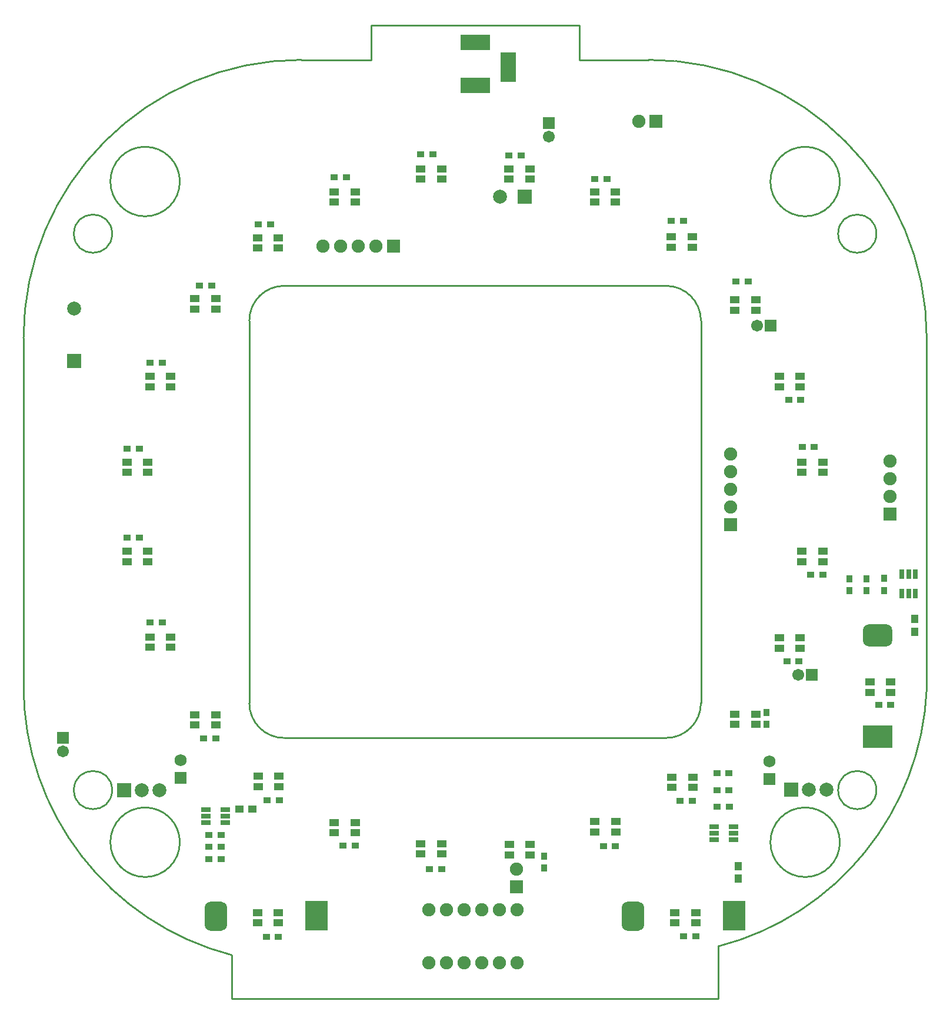
<source format=gts>
G04*
G04 #@! TF.GenerationSoftware,Altium Limited,Altium Designer,18.1.8 (232)*
G04*
G04 Layer_Color=8388736*
%FSLAX25Y25*%
%MOIN*%
G70*
G01*
G75*
%ADD10C,0.01000*%
%ADD22R,0.05524X0.04343*%
%ADD23R,0.04300X0.03800*%
%ADD24R,0.03800X0.04300*%
%ADD25R,0.03950X0.04800*%
%ADD26R,0.05524X0.02769*%
%ADD27R,0.04800X0.03950*%
%ADD28R,0.02769X0.05524*%
%ADD29R,0.07887X0.07887*%
%ADD30C,0.07887*%
%ADD31C,0.07493*%
%ADD32R,0.07493X0.07493*%
%ADD33R,0.07887X0.07887*%
%ADD34C,0.07887*%
%ADD35C,0.06706*%
%ADD36R,0.06706X0.06706*%
%ADD37R,0.16548X0.12611*%
G04:AMPARAMS|DCode=38|XSize=126.11mil|YSize=165.48mil|CornerRadius=33.53mil|HoleSize=0mil|Usage=FLASHONLY|Rotation=270.000|XOffset=0mil|YOffset=0mil|HoleType=Round|Shape=RoundedRectangle|*
%AMROUNDEDRECTD38*
21,1,0.12611,0.09843,0,0,270.0*
21,1,0.05906,0.16548,0,0,270.0*
1,1,0.06706,-0.04921,-0.02953*
1,1,0.06706,-0.04921,0.02953*
1,1,0.06706,0.04921,0.02953*
1,1,0.06706,0.04921,-0.02953*
%
%ADD38ROUNDEDRECTD38*%
%ADD39R,0.12611X0.16548*%
G04:AMPARAMS|DCode=40|XSize=126.11mil|YSize=165.48mil|CornerRadius=33.53mil|HoleSize=0mil|Usage=FLASHONLY|Rotation=0.000|XOffset=0mil|YOffset=0mil|HoleType=Round|Shape=RoundedRectangle|*
%AMROUNDEDRECTD40*
21,1,0.12611,0.09843,0,0,0.0*
21,1,0.05906,0.16548,0,0,0.0*
1,1,0.06706,0.02953,-0.04921*
1,1,0.06706,-0.02953,-0.04921*
1,1,0.06706,-0.02953,0.04921*
1,1,0.06706,0.02953,0.04921*
%
%ADD40ROUNDEDRECTD40*%
%ADD41C,0.06800*%
%ADD42R,0.06800X0.06800*%
%ADD43R,0.07493X0.07493*%
%ADD44R,0.06706X0.06706*%
%ADD45R,0.07887X0.07887*%
%ADD46R,0.08674X0.16548*%
%ADD47R,0.16548X0.08674*%
D10*
X275737Y29679D02*
G03*
X393701Y175365I-39370J152480D01*
G01*
X-118110Y177165D02*
G03*
X0Y24686I157480J0D01*
G01*
X344488Y88583D02*
G03*
X344488Y88583I-19685J0D01*
G01*
X365158Y433071D02*
G03*
X365158Y433071I-10827J0D01*
G01*
X393701Y374016D02*
G03*
X236221Y531496I-157480J0D01*
G01*
X344488Y462598D02*
G03*
X344488Y462598I-19685J0D01*
G01*
X365158Y118110D02*
G03*
X365158Y118110I-10827J0D01*
G01*
X-67913D02*
G03*
X-67913Y118110I-10827J0D01*
G01*
X39370Y531496D02*
G03*
X-118110Y374016I0J-157480D01*
G01*
X-67913Y433071D02*
G03*
X-67913Y433071I-10827J0D01*
G01*
X-29528Y462598D02*
G03*
X-29528Y462598I-19685J0D01*
G01*
Y88583D02*
G03*
X-29528Y88583I-19685J0D01*
G01*
X29528Y403543D02*
G03*
X9843Y383858I0J-19685D01*
G01*
X265748D02*
G03*
X246063Y403543I-19685J0D01*
G01*
Y147638D02*
G03*
X265748Y167323I0J19685D01*
G01*
X9843D02*
G03*
X29528Y147638I19685J0D01*
G01*
X0Y0D02*
X275590D01*
X0D02*
Y24686D01*
X275590Y0D02*
Y29679D01*
X393701Y175365D02*
X393701Y374016D01*
X-118110Y177165D02*
Y374016D01*
X39370Y531496D02*
X78740D01*
X196850D02*
X236221D01*
X196850D02*
Y551181D01*
X78740Y531496D02*
Y551181D01*
X196850D01*
X9843Y167323D02*
Y383858D01*
X29528Y403543D02*
X246063D01*
X265748Y167323D02*
Y383858D01*
X29528Y147638D02*
X246063D01*
D22*
X69849Y99818D02*
D03*
Y93912D02*
D03*
X58038D02*
D03*
Y99818D02*
D03*
X249328Y125495D02*
D03*
Y119589D02*
D03*
X261139D02*
D03*
Y125495D02*
D03*
X205715Y100315D02*
D03*
Y94409D02*
D03*
X217526D02*
D03*
Y100315D02*
D03*
X251038Y48818D02*
D03*
Y42912D02*
D03*
X262849D02*
D03*
Y48818D02*
D03*
X157070Y87281D02*
D03*
Y81375D02*
D03*
X168881D02*
D03*
Y87281D02*
D03*
X14897Y125862D02*
D03*
Y119956D02*
D03*
X26708D02*
D03*
Y125862D02*
D03*
X107038Y87818D02*
D03*
Y81912D02*
D03*
X118849D02*
D03*
Y87818D02*
D03*
X14452Y48818D02*
D03*
Y42912D02*
D03*
X26263D02*
D03*
Y48818D02*
D03*
X296849Y389630D02*
D03*
Y395536D02*
D03*
X285038D02*
D03*
Y389630D02*
D03*
X310173Y352318D02*
D03*
Y346412D02*
D03*
X321984D02*
D03*
Y352318D02*
D03*
X334849Y297912D02*
D03*
Y303818D02*
D03*
X323038D02*
D03*
Y297912D02*
D03*
Y253318D02*
D03*
Y247412D02*
D03*
X334849D02*
D03*
Y253318D02*
D03*
X310173Y204318D02*
D03*
Y198412D02*
D03*
X321984D02*
D03*
Y204318D02*
D03*
X284938Y161105D02*
D03*
Y155199D02*
D03*
X296749D02*
D03*
Y161105D02*
D03*
X361538Y179318D02*
D03*
Y173412D02*
D03*
X373349D02*
D03*
Y179318D02*
D03*
X-20962Y160818D02*
D03*
Y154912D02*
D03*
X-9151D02*
D03*
Y160818D02*
D03*
X-34651Y198912D02*
D03*
Y204818D02*
D03*
X-46462D02*
D03*
Y198912D02*
D03*
X-47651Y247412D02*
D03*
Y253318D02*
D03*
X-59462D02*
D03*
Y247412D02*
D03*
X-47651Y297912D02*
D03*
Y303818D02*
D03*
X-59462D02*
D03*
Y297912D02*
D03*
X-34651Y346412D02*
D03*
Y352318D02*
D03*
X-46462D02*
D03*
Y346412D02*
D03*
X-9151Y390412D02*
D03*
Y396318D02*
D03*
X-20962D02*
D03*
Y390412D02*
D03*
X26349Y424912D02*
D03*
Y430818D02*
D03*
X14538D02*
D03*
Y424912D02*
D03*
X69849Y450912D02*
D03*
Y456818D02*
D03*
X58038D02*
D03*
Y450912D02*
D03*
X118849Y463912D02*
D03*
Y469818D02*
D03*
X107038D02*
D03*
Y463912D02*
D03*
X168849D02*
D03*
Y469818D02*
D03*
X157038D02*
D03*
Y463912D02*
D03*
X217349Y450920D02*
D03*
Y456826D02*
D03*
X205538D02*
D03*
Y450920D02*
D03*
X260849Y425412D02*
D03*
Y431318D02*
D03*
X249038D02*
D03*
Y425412D02*
D03*
D23*
X210444Y86365D02*
D03*
X217344D02*
D03*
X255944Y35365D02*
D03*
X262844D02*
D03*
X-12956Y78865D02*
D03*
X-6056D02*
D03*
X111944Y73365D02*
D03*
X118844D02*
D03*
X62944Y86765D02*
D03*
X69844D02*
D03*
X19444Y34865D02*
D03*
X26344D02*
D03*
X281643Y127534D02*
D03*
X274743D02*
D03*
X281643Y118034D02*
D03*
X274743D02*
D03*
X274843Y108566D02*
D03*
X281743D02*
D03*
X253944Y112082D02*
D03*
X260844D02*
D03*
X-12956Y85865D02*
D03*
X-6056D02*
D03*
X-6156Y92550D02*
D03*
X-13056D02*
D03*
X19944Y112365D02*
D03*
X26844D02*
D03*
X292444Y405865D02*
D03*
X285544D02*
D03*
X315444Y338865D02*
D03*
X322344D02*
D03*
X329991Y312365D02*
D03*
X323091D02*
D03*
X327944Y239865D02*
D03*
X334844D02*
D03*
X314444Y190865D02*
D03*
X321344D02*
D03*
X366444Y166365D02*
D03*
X373344D02*
D03*
X255944Y440225D02*
D03*
X249044D02*
D03*
X-16056Y147265D02*
D03*
X-9156D02*
D03*
X212444Y463912D02*
D03*
X205544D02*
D03*
X163944Y477365D02*
D03*
X157044D02*
D03*
X113944Y477865D02*
D03*
X107044D02*
D03*
X64944Y464865D02*
D03*
X58044D02*
D03*
X21944Y438365D02*
D03*
X15044D02*
D03*
X-11556Y403543D02*
D03*
X-18456D02*
D03*
X-39556Y359865D02*
D03*
X-46456D02*
D03*
X-52556Y311365D02*
D03*
X-59456D02*
D03*
X-52556Y260865D02*
D03*
X-59456D02*
D03*
X-39556Y212865D02*
D03*
X-46456D02*
D03*
D24*
X176944Y73865D02*
D03*
Y80765D02*
D03*
X349944Y237765D02*
D03*
Y230865D02*
D03*
X359444Y237765D02*
D03*
Y230865D02*
D03*
X369444Y237865D02*
D03*
Y230965D02*
D03*
X302944Y162098D02*
D03*
Y155198D02*
D03*
D25*
X286944Y67885D02*
D03*
Y75185D02*
D03*
X386944Y215015D02*
D03*
Y207715D02*
D03*
D26*
X273232Y97474D02*
D03*
Y93734D02*
D03*
Y89994D02*
D03*
X284255D02*
D03*
Y93734D02*
D03*
Y97474D02*
D03*
X-14827Y99625D02*
D03*
Y103365D02*
D03*
Y107105D02*
D03*
X-3803D02*
D03*
Y103365D02*
D03*
Y99625D02*
D03*
D27*
X11594Y107365D02*
D03*
X4294D02*
D03*
D28*
X379703Y240377D02*
D03*
X383444D02*
D03*
X387184D02*
D03*
Y229353D02*
D03*
X383444D02*
D03*
X379703D02*
D03*
D29*
X317000Y118500D02*
D03*
X-61000Y118000D02*
D03*
D30*
X327000Y118500D02*
D03*
X337000D02*
D03*
X-51000Y118000D02*
D03*
X-41000D02*
D03*
D31*
X111444Y50365D02*
D03*
X121522D02*
D03*
X141522D02*
D03*
X161522D02*
D03*
X141522Y20365D02*
D03*
X121522D02*
D03*
X151522Y50365D02*
D03*
X131522D02*
D03*
X161522Y20365D02*
D03*
X151522D02*
D03*
X131522D02*
D03*
X111444D02*
D03*
X161134Y73286D02*
D03*
X372944Y284365D02*
D03*
Y294365D02*
D03*
Y304365D02*
D03*
X282444Y278365D02*
D03*
Y288365D02*
D03*
Y298365D02*
D03*
Y308365D02*
D03*
X230522Y496786D02*
D03*
X81444Y425865D02*
D03*
X71444D02*
D03*
X61444D02*
D03*
X51444D02*
D03*
D32*
X161134Y63443D02*
D03*
X91444Y425865D02*
D03*
D33*
X165833Y453865D02*
D03*
D34*
X152054D02*
D03*
X-89424Y390783D02*
D03*
D35*
X179444Y487928D02*
D03*
X320758Y183365D02*
D03*
X297507Y380865D02*
D03*
X-95694Y139928D02*
D03*
D36*
X179444Y495802D02*
D03*
X-95694Y147802D02*
D03*
D37*
X365899Y148479D02*
D03*
D38*
X365742Y205566D02*
D03*
D39*
X284444Y46874D02*
D03*
X47944Y46874D02*
D03*
D40*
X227357Y46717D02*
D03*
X-9143Y46717D02*
D03*
D41*
X304444Y134422D02*
D03*
X-29056Y134922D02*
D03*
D42*
X304444Y124422D02*
D03*
X-29056Y124922D02*
D03*
D43*
X372944Y274365D02*
D03*
X282444Y268365D02*
D03*
X240365Y496786D02*
D03*
D44*
X328632Y183365D02*
D03*
X305381Y380865D02*
D03*
D45*
X-89424Y360861D02*
D03*
D46*
X156448Y527495D02*
D03*
D47*
X137944Y541274D02*
D03*
Y516865D02*
D03*
M02*

</source>
